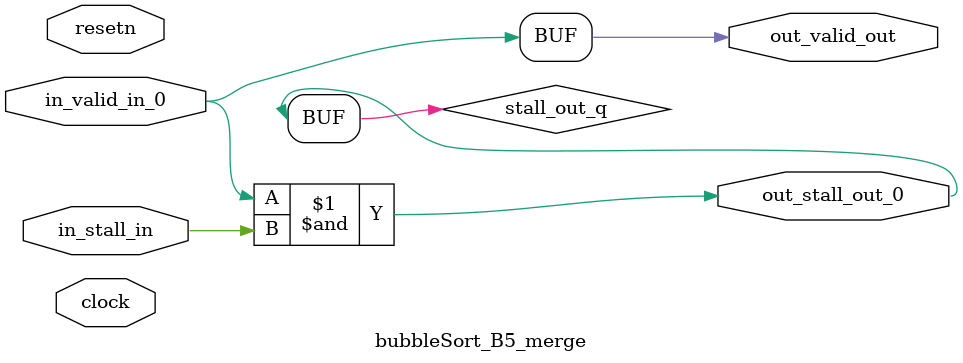
<source format=sv>



(* altera_attribute = "-name AUTO_SHIFT_REGISTER_RECOGNITION OFF; -name MESSAGE_DISABLE 10036; -name MESSAGE_DISABLE 10037; -name MESSAGE_DISABLE 14130; -name MESSAGE_DISABLE 14320; -name MESSAGE_DISABLE 15400; -name MESSAGE_DISABLE 14130; -name MESSAGE_DISABLE 10036; -name MESSAGE_DISABLE 12020; -name MESSAGE_DISABLE 12030; -name MESSAGE_DISABLE 12010; -name MESSAGE_DISABLE 12110; -name MESSAGE_DISABLE 14320; -name MESSAGE_DISABLE 13410; -name MESSAGE_DISABLE 113007; -name MESSAGE_DISABLE 10958" *)
module bubbleSort_B5_merge (
    input wire [0:0] in_stall_in,
    input wire [0:0] in_valid_in_0,
    output wire [0:0] out_stall_out_0,
    output wire [0:0] out_valid_out,
    input wire clock,
    input wire resetn
    );

    wire [0:0] stall_out_q;


    // stall_out(LOGICAL,6)
    assign stall_out_q = in_valid_in_0 & in_stall_in;

    // out_stall_out_0(GPOUT,4)
    assign out_stall_out_0 = stall_out_q;

    // out_valid_out(GPOUT,5)
    assign out_valid_out = in_valid_in_0;

endmodule

</source>
